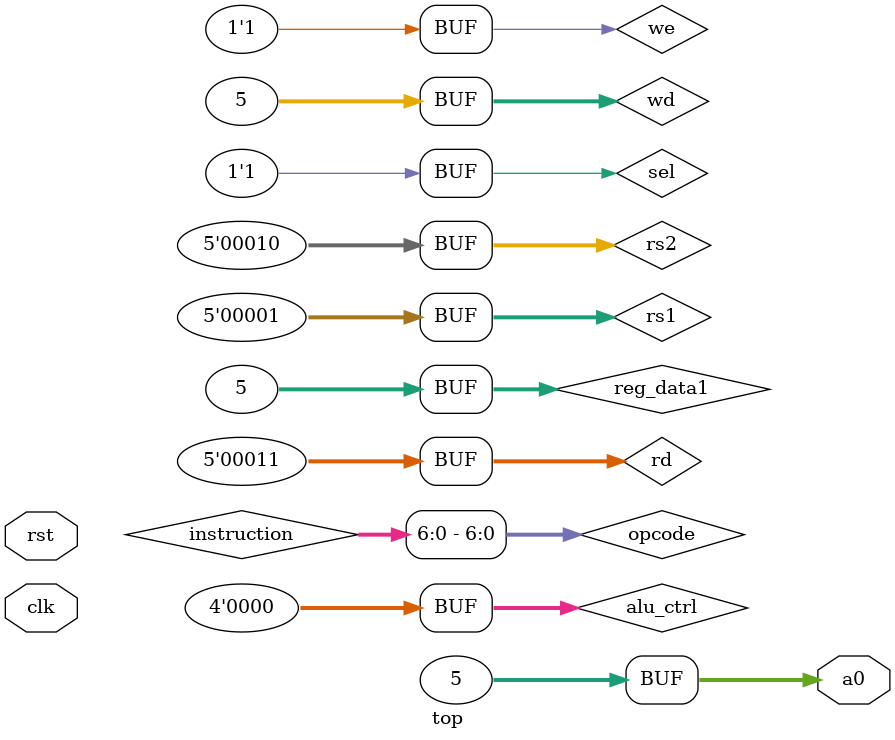
<source format=sv>
module top #(
    parameter DATA_WIDTH = 32
) (
    input   logic clk,                  // clock signal
    input   logic rst,                  // reset signal
    output  logic [DATA_WIDTH-1:0] a0   // register a0 output
);

assign a0 = 32'd5;


/// /// BLOCK 1: Program counter and related adders /// ///
// internal signals
logic [DATA_WIDTH-1:0] pc, inc_pc, pc_src, imm_op, branch_pc;

// adder used to add PC and ImmOp
adder branch_pc_adder(
    .in1 (pc),
    .in2 (imm_op),
    
    .out (branch_pc)
);

// adder used to +4
adder inc_pc_adder(
    .in1 (inc_pc),
    .in2 (32'd4),

    .out (pc)
);

// mux used to select between branch_pc and inc_pc
mux pc_mux(
    .in0(inc_pc),
    .in1(branch_pc),
    .sel(pc_src),

    .out(next_pc)
);

// program counter
pc_reg pc_reg(
    .clk     (clk),
    .rst     (rst),
    .next_pc (next_pc),
    
    .pc      (pc)
);


/// /// BLOCK 2: The Register File, ALU and the related MUX /// ///
// Instruction & fields
logic [DATA_WIDTH-1:0] instruction;
logic [6:0] opcode = instruction[6:0];
logic [2:0] funct3 = instruction[14:12];
logic funct7_5 = instruction[30];

// Control signals
logic reg_write, mem_write, alu_src, branch, result_src;
logic [1:0] imm_src;
logic [2:0] alu_control;
logic zero;

// Immediate
logic [DATA_WIDTH-1:0] immediate;

// Register data 
logic [DATA_WIDTH-1:0] reg_data1, reg_data2, alu_in2, alu_out;

// Instantiate Instruction Memory
instruction_memory imem (
    .addr(pc),
    .instruction(instruction)
);

// Instantiate Control Unit
control_unit ctrl (
    .opcode(opcode),
    .funct3(funct3),
    .funct7_5(funct7_5),
    .zero(zero),
    .reg_write(reg_write),
    .mem_write(mem_write),
    .branch(branch),
    .result_src(result_src),
    .alu_control(alu_control),

    .alu_src(alu_src),
    .imm_src(imm_src),
    .pc_src(pc_src)
);

// Instantiate Sign-Extension Unit
sign_exten sext (
    .instruction(instruction),
    .imm_src(imm_src),
    .immediate(immediate)
);

// Output a0 register content
assign a0 = reg_data1; // Register a0 mapped to reg_data1

/*
// PC update logic
always_ff @(posedge clk or posedge rst) begin
    if (rst)
        pc <= 32'b0;
    else
        pc <= next_pc;
end

assign next_pc = (PCsrc) ? pc + (immediate << 1) : pc + 4;
*/


/// /// BLOCK 3: Control Unit, the Sign-extension Unit and the instruction memory  /// ///
//Register_file signals
logic we;
logic [4:0] rs1, rs2, rd;
logic [DATA_WIDTH-1:0] wd, rd1, rd2;
//ALU signals
logic [DATA_WIDTH-1:0] alu_a, alu_b, alu_result;
logic [3:0] alu_ctrl;
// logic zero;   declared in block 2

register_file reg_file (
    .clk(clk),
    .we(we),
    .rs1(rs1),
    .rs2(rs2),
    .rd(rd),
    .wd(wd),
    .rd1(rd1),
    .rd2(rd2)
);

alu alu_inst(
    .a(alu_a),
    .b(alu_b),
    .alu_ctrl(alu_ctrl),
    .result(alu_result),
    .zero(zero)
);

mux#(.DATA_WIDTH(DATA_WIDTH)) mux_inst(
    .in0(rd1),
    .in1(alu_result),
    .sel(sel),
    .out(wd)
);

initial begin
    we =1;
    rs1 = 5'd1;
    rs2 = 5'd2;
    rd = 5'd3;
    sel = 0;
    alu_ctrl = 4'b0000;
    #10
    sel = 1;
end

assign alu_a = rd1;
assign alu_b = rd2;
assign a0 = wd;


endmodule

</source>
